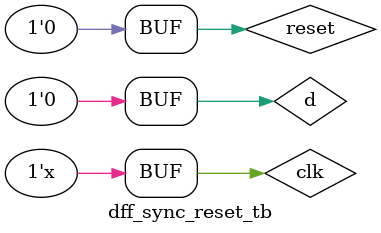
<source format=v>
module dff_sync_reset(d,clk,q,qbar,reset);

	output reg q,qbar;
	input clk,reset;
	input d;

	always @(posedge clk)
	begin
		if(reset)
			q <= 0;
		else 
		 begin
			q <= d;
			qbar <= ~q;
	   end
	   end

endmodule

module dff_sync_reset_tb();

	reg d,clk,reset;
	wire q,qbar;

	dff_sync_reset tb(d,clk,q,qbar,reset);

	always #10 clk = ~clk;

	initial
	begin
		clk = 0;
		reset = 1;
		#10 reset = 0;
	end

	initial
	begin
		#20 d = 1;
		#20 d = 0;
	end

endmodule



</source>
